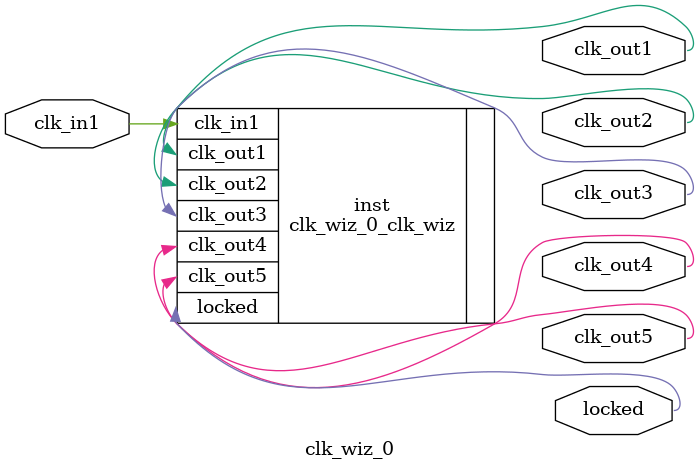
<source format=v>


`timescale 1ps/1ps

(* CORE_GENERATION_INFO = "clk_wiz_0,clk_wiz_v6_0_6_0_0,{component_name=clk_wiz_0,use_phase_alignment=true,use_min_o_jitter=false,use_max_i_jitter=false,use_dyn_phase_shift=false,use_inclk_switchover=false,use_dyn_reconfig=false,enable_axi=0,feedback_source=FDBK_AUTO,PRIMITIVE=MMCM,num_out_clk=5,clkin1_period=20.000,clkin2_period=10.0,use_power_down=false,use_reset=false,use_locked=true,use_inclk_stopped=false,feedback_type=SINGLE,CLOCK_MGR_TYPE=NA,manual_override=false}" *)

module clk_wiz_0 
 (
  // Clock out ports
  output        clk_out1,
  output        clk_out2,
  output        clk_out3,
  output        clk_out4,
  output        clk_out5,
  // Status and control signals
  output        locked,
 // Clock in ports
  input         clk_in1
 );

  clk_wiz_0_clk_wiz inst
  (
  // Clock out ports  
  .clk_out1(clk_out1),
  .clk_out2(clk_out2),
  .clk_out3(clk_out3),
  .clk_out4(clk_out4),
  .clk_out5(clk_out5),
  // Status and control signals               
  .locked(locked),
 // Clock in ports
  .clk_in1(clk_in1)
  );

endmodule

</source>
